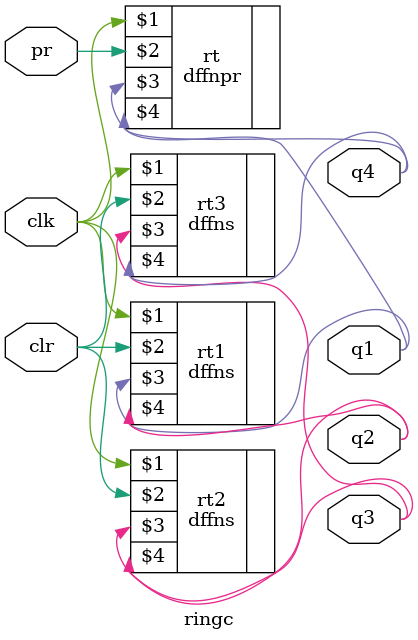
<source format=v>
module ringc (input clk,pr,clr,output q1,q2,q3, q4);

dffnpr rt (clk,pr,q4,q1);
dffns rt1 (clk,clr,q1,q2);
dffns rt2 (clk,clr,q2,q3);
dffns rt3 (clk,clr,q3,q4);
endmodule


</source>
